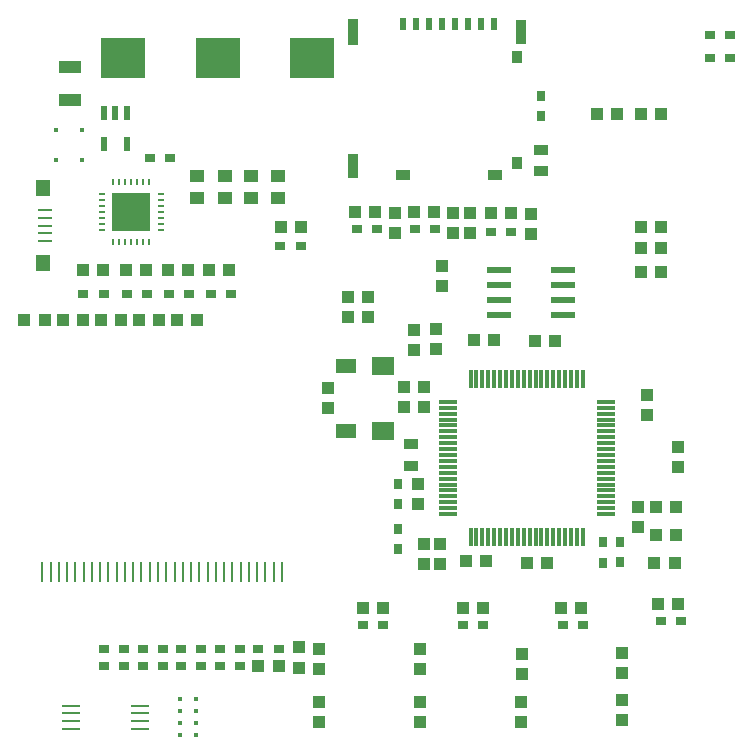
<source format=gbr>
%TF.GenerationSoftware,Novarm,DipTrace,3.2.0.1*%
%TF.CreationDate,2018-02-19T16:08:00-08:00*%
%FSLAX26Y26*%
%MOIN*%
%TF.FileFunction,Paste,Top*%
%TF.Part,Single*%
%AMOUTLINE0*
4,1,4,
-0.035433,0.019685,
-0.035433,-0.019685,
0.035433,-0.019685,
0.035433,0.019685,
-0.035433,0.019685,
0*%
%AMOUTLINE2*
4,1,4,
-0.023622,0.015748,
-0.023622,-0.015748,
0.023622,-0.015748,
0.023622,0.015748,
-0.023622,0.015748,
0*%
%AMOUTLINE3*
4,1,4,
-0.010827,-0.023622,
0.010827,-0.023622,
0.010827,0.023622,
-0.010827,0.023622,
-0.010827,-0.023622,
0*%
%ADD26R,0.03937X0.043307*%
%ADD27R,0.043307X0.03937*%
%ADD49R,0.062992X0.011811*%
%ADD50R,0.011811X0.062992*%
%ADD62R,0.07874X0.023622*%
%ADD64R,0.074803X0.059055*%
%ADD79R,0.066803X0.051055*%
%ADD87R,0.011685X0.003811*%
%ADD89R,0.003811X0.011685*%
%ADD91R,0.062866X0.007748*%
%ADD93R,0.007748X0.07074*%
%ADD95R,0.129795X0.129795*%
%ADD97O,0.003811X0.025465*%
%ADD99O,0.025465X0.003811*%
%ADD107R,0.037669X0.041213*%
%ADD109R,0.037669X0.039244*%
%ADD111R,0.051055X0.037276*%
%ADD113R,0.037276X0.078614*%
%ADD115R,0.037276X0.090425*%
%ADD117R,0.023496X0.040819*%
%ADD121R,0.047118X0.054992*%
%ADD123R,0.04515X0.007748*%
%ADD129R,0.015622X0.015622*%
%ADD131R,0.051055X0.043181*%
%ADD133R,0.035307X0.03137*%
%ADD135R,0.03137X0.035307*%
%ADD137R,0.14948X0.133732*%
%ADD141OUTLINE0*%
%ADD143OUTLINE2*%
%ADD144OUTLINE3*%
G75*
G01*
%LPD*%
D137*
X1444017Y2709639D3*
X1129057D3*
X814096D3*
D26*
X1797139Y1287765D3*
Y1220836D3*
X1750124Y1544158D3*
Y1611087D3*
X1497932Y1541940D3*
Y1608869D3*
D135*
X1728390Y1222142D3*
Y1289071D3*
D26*
X1815742Y1544158D3*
Y1611087D3*
D135*
X1728390Y1137765D3*
Y1070836D3*
D27*
X2050440Y1769147D3*
X1983511D3*
X1956680Y1031572D3*
X2023609D3*
D26*
X2531515Y1144013D3*
Y1210943D3*
D27*
X2228198Y1025464D3*
X2161269D3*
D26*
X2559641Y1519016D3*
Y1585945D3*
D131*
X1059571Y2315763D3*
Y2240960D3*
D27*
X2187578Y1766008D3*
X2254507D3*
D131*
X1153311Y2315763D3*
Y2240960D3*
X1240802Y2315763D3*
Y2240960D3*
X1328293Y2315763D3*
Y2240960D3*
D133*
X749631Y737540D3*
X816561D3*
X878395D3*
X945324D3*
X1135922D3*
X1202851D3*
X1264685D3*
X1331614D3*
D135*
X2206326Y2515931D3*
Y2582860D3*
D133*
X816940Y680841D3*
X750011D3*
D26*
X1400265Y677087D3*
Y744016D3*
D27*
X1331614Y681284D3*
X1264685D3*
D26*
X1877481Y2014981D3*
Y1948051D3*
D133*
X1136007Y681516D3*
X1202936D3*
X1007425D3*
X1074355D3*
D129*
X676328Y2469061D3*
X589714D3*
X676328Y2369071D3*
X589714D3*
D141*
X637740Y2569050D3*
Y2679286D3*
D123*
X554550Y2201448D3*
Y2175857D3*
Y2150267D3*
Y2124676D3*
Y2099086D3*
D121*
X545692Y2276251D3*
Y2024282D3*
D117*
X1745425Y2821214D3*
X1788733D3*
X1832040D3*
X1875347D3*
X1918654D3*
X1961961D3*
X2005268D3*
X2048575D3*
D115*
X1578496Y2796424D3*
D113*
Y2350361D3*
D111*
X1747788Y2318865D3*
X2054087D3*
D109*
X2125347Y2357447D3*
D107*
Y2711777D3*
D113*
X2141095Y2796424D3*
D143*
X1772289Y1350357D3*
Y1421223D3*
X2206326Y2331575D3*
Y2402441D3*
D133*
X1338024Y2083767D3*
X1404953D3*
X825221Y1922243D3*
X892150D3*
X681486D3*
X748415D3*
X1106441D3*
X1173370D3*
X965831D3*
X1032760D3*
X2606024Y831516D3*
X2672953D3*
X2278940Y819016D3*
X2345869D3*
X1945608D3*
X2012537D3*
X1612275D3*
X1679204D3*
X1787427Y2137939D3*
X1854356D3*
X1593656D3*
X1660586D3*
X2040582Y2128562D3*
X2107511D3*
X2768523Y2709649D3*
X2835452D3*
X2768523Y2784649D3*
X2835452D3*
D26*
X1781670Y1736273D3*
Y1803202D3*
X1856670Y1737897D3*
Y1804826D3*
X1631516Y1912767D3*
Y1845838D3*
D27*
X1339693Y2144189D3*
X1406622D3*
X678891Y1834752D3*
X611962D3*
X866622D3*
X933551D3*
X993953D3*
X1060882D3*
X806222D3*
X739293D3*
X484631D3*
X551561D3*
D26*
X1969181Y2125437D3*
Y2192366D3*
D135*
X2468798Y1094391D3*
Y1027462D3*
D27*
X822096Y2003485D3*
X889025D3*
X678361D3*
X745290D3*
D133*
X904244Y2376227D3*
X971173D3*
D27*
X1100192Y2003485D3*
X1167121D3*
D135*
X2412554Y1094205D3*
Y1027276D3*
D26*
X1562767Y1912767D3*
Y1845838D3*
D27*
X962706Y2003485D3*
X1029635D3*
X2662767Y887764D3*
X2595838D3*
X2339803Y875264D3*
X2272874D3*
X2012765Y875265D3*
X1945836D3*
X1681381Y875264D3*
X1614452D3*
D26*
X1912757Y2125265D3*
Y2192194D3*
D27*
X1783327Y2194016D3*
X1850256D3*
D26*
X1719007Y2125265D3*
Y2192194D3*
D27*
X1587755Y2194016D3*
X1654684D3*
D26*
X2172331Y2122311D3*
Y2189240D3*
D27*
X2041067Y2191068D3*
X2107996D3*
D26*
X1465089Y740011D3*
Y673082D3*
Y562781D3*
Y495852D3*
D133*
X1074087Y737540D3*
X1007158D3*
D26*
X1802625Y740011D3*
Y673082D3*
Y562781D3*
Y495852D3*
X2141988Y721259D3*
Y654330D3*
X2140160Y562781D3*
Y495852D3*
X2475485Y725298D3*
Y658369D3*
Y569032D3*
Y502103D3*
X1871382Y1089778D3*
Y1022849D3*
X1815126Y1089778D3*
Y1022849D3*
D27*
X2590893Y1212765D3*
X2657822D3*
X2590894Y1119019D3*
X2657823D3*
X2584643Y1025273D3*
X2651572D3*
X2540891Y2147139D3*
X2607820D3*
X2540893Y2075267D3*
X2607822D3*
X2541129Y1997302D3*
X2608058D3*
X2538448Y2523087D3*
X2605377D3*
D26*
X2663004Y1412862D3*
Y1345933D3*
D27*
X2394016Y2522141D3*
X2460945D3*
D133*
X878845Y681516D3*
X945775D3*
D49*
X1895000Y1562765D3*
Y1543080D3*
Y1523395D3*
Y1503710D3*
Y1484025D3*
Y1464340D3*
Y1444655D3*
Y1424970D3*
Y1405285D3*
Y1385600D3*
Y1365915D3*
Y1346230D3*
Y1326545D3*
Y1306860D3*
Y1287175D3*
Y1267490D3*
Y1247805D3*
Y1228120D3*
Y1208435D3*
Y1188750D3*
D50*
X1971772Y1111978D3*
X1991457D3*
X2011142D3*
X2030827D3*
X2050512D3*
X2070197D3*
X2089882D3*
X2109567D3*
X2129252D3*
X2148937D3*
X2168622D3*
X2188307D3*
X2207992D3*
X2227677D3*
X2247362D3*
X2267047D3*
X2286733D3*
X2306418D3*
X2326103D3*
X2345788D3*
D49*
X2422559Y1188750D3*
Y1208435D3*
Y1228120D3*
Y1247805D3*
Y1267490D3*
Y1287175D3*
Y1306860D3*
Y1326545D3*
Y1346230D3*
Y1365915D3*
Y1385600D3*
Y1405285D3*
Y1424970D3*
Y1444655D3*
Y1464340D3*
Y1484025D3*
Y1503710D3*
Y1523395D3*
Y1543080D3*
Y1562765D3*
D50*
X2345788Y1639537D3*
X2326103D3*
X2306418D3*
X2286733D3*
X2267047D3*
X2247362D3*
X2227677D3*
X2207992D3*
X2188307D3*
X2168622D3*
X2148937D3*
X2129252D3*
X2109567D3*
X2089882D3*
X2070197D3*
X2050512D3*
X2030827D3*
X2011142D3*
X1991457D3*
X1971772D3*
D144*
X825267Y2525264D3*
X787865D3*
X750464D3*
Y2422894D3*
X825267D3*
D99*
X742146Y2254622D3*
Y2234937D3*
Y2215252D3*
Y2195567D3*
Y2175882D3*
Y2156197D3*
Y2136512D3*
D97*
X781516Y2097142D3*
X801201D3*
X820886D3*
X840571D3*
X860256D3*
X879941D3*
X899626D3*
D99*
X938996Y2136512D3*
Y2156197D3*
Y2175882D3*
Y2195567D3*
Y2215252D3*
Y2234937D3*
Y2254622D3*
D97*
X899626Y2293992D3*
X879941D3*
X860256D3*
X840571D3*
X820886D3*
X801201D3*
X781516D3*
D95*
X840571Y2195567D3*
D93*
X544016Y994016D3*
X571575D3*
X599134D3*
X626693D3*
X654252D3*
X681811D3*
X709370D3*
X736929D3*
X764488D3*
X792047D3*
X819607D3*
X847166D3*
X874725D3*
X902284D3*
X929843D3*
X957402D3*
X984961D3*
X1012520D3*
X1040079D3*
X1067638D3*
X1095197D3*
X1122756D3*
X1150315D3*
X1177874D3*
X1205433D3*
X1232992D3*
X1260551D3*
X1288110D3*
X1315670D3*
X1343229D3*
D91*
X640891Y550265D3*
Y524675D3*
Y499084D3*
Y473494D3*
X869238D3*
Y499084D3*
Y524675D3*
Y550265D3*
D89*
X1300265Y594016D3*
X1280580D3*
X1260895D3*
X1241210D3*
X1221525D3*
D87*
X1211683Y564488D3*
Y544803D3*
Y525118D3*
D89*
X1241210Y495591D3*
X1260895D3*
X1280580D3*
X1300265D3*
D87*
X1310108Y525118D3*
Y544803D3*
Y564488D3*
D89*
X1221525Y495591D3*
D62*
X2065891Y2003391D3*
Y1953391D3*
Y1903391D3*
Y1853391D3*
X2278490D3*
Y1903391D3*
Y1953391D3*
Y2003391D3*
D129*
X1002629Y453393D3*
X1057747D3*
Y493156D3*
X1002629D3*
Y532920D3*
X1057747D3*
Y572684D3*
X1002629D3*
D64*
X1681381Y1466041D3*
Y1682576D3*
D79*
X1555397D3*
Y1466041D3*
M02*

</source>
